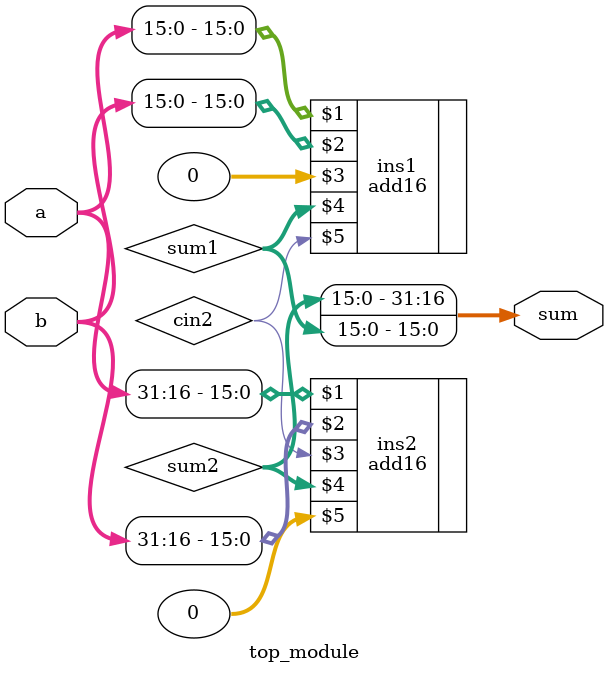
<source format=v>
module top_module(
    input [31:0] a,
    input [31:0] b,
    output [31:0] sum
);

    wire [15:0] sum1, sum2;
    wire cin2;
    add16 ins1 (a[15:0], b[15:0], 0, sum1, cin2);
    add16 ins2 (a[31:16], b[31:16], cin2, sum2, 0);
    assign sum = {sum2, sum1};
    
    
    
endmodule

</source>
